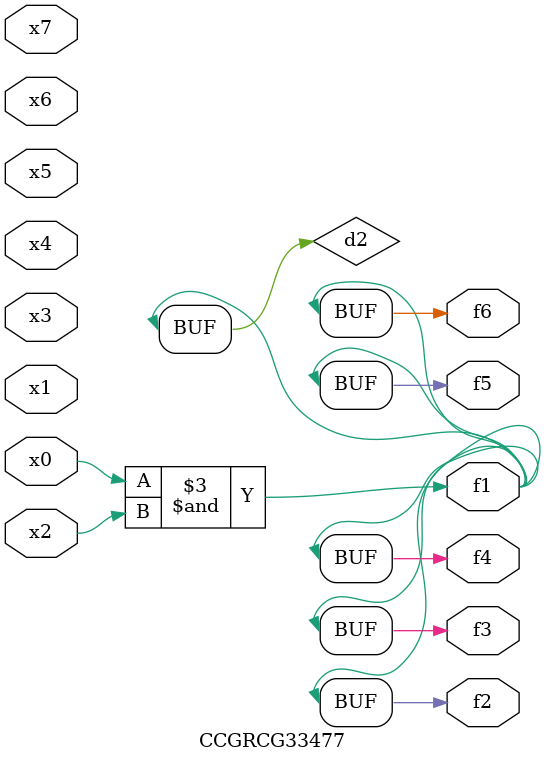
<source format=v>
module CCGRCG33477(
	input x0, x1, x2, x3, x4, x5, x6, x7,
	output f1, f2, f3, f4, f5, f6
);

	wire d1, d2;

	nor (d1, x3, x6);
	and (d2, x0, x2);
	assign f1 = d2;
	assign f2 = d2;
	assign f3 = d2;
	assign f4 = d2;
	assign f5 = d2;
	assign f6 = d2;
endmodule

</source>
